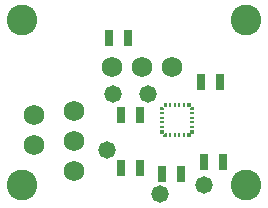
<source format=gts>
G04*
G04 #@! TF.GenerationSoftware,Altium Limited,Altium Designer,20.2.3 (150)*
G04*
G04 Layer_Color=8388736*
%FSLAX25Y25*%
%MOIN*%
G70*
G04*
G04 #@! TF.SameCoordinates,D737100D-CD50-4B0A-90DA-B4B5F6E14D25*
G04*
G04*
G04 #@! TF.FilePolarity,Negative*
G04*
G01*
G75*
%ADD13R,0.00394X0.00394*%
%ADD16R,0.02769X0.05800*%
%ADD17R,0.01221X0.01024*%
%ADD18R,0.01024X0.01221*%
%ADD19C,0.06800*%
%ADD20C,0.10249*%
%ADD21C,0.05800*%
G36*
X56314Y28623D02*
X56351Y28612D01*
X56385Y28594D01*
X56409Y28574D01*
X56415Y28569D01*
Y28569D01*
X56415D01*
X56419Y28564D01*
X56439Y28539D01*
X56458Y28505D01*
X56469Y28468D01*
X56473Y28429D01*
Y28429D01*
D01*
X56473Y27957D01*
X56473Y27957D01*
X56470Y27926D01*
X56469Y27918D01*
X56458Y27881D01*
X56448Y27863D01*
X56439Y27847D01*
X56434Y27841D01*
X56415Y27817D01*
X56415Y27817D01*
X56100Y27502D01*
X56100Y27502D01*
X56083Y27489D01*
X56070Y27478D01*
X56036Y27459D01*
D01*
X56036Y27459D01*
X55998Y27448D01*
X55967Y27445D01*
X55960Y27444D01*
X55960D01*
X55960D01*
X55291Y27444D01*
X55252Y27448D01*
X55215Y27459D01*
X55181Y27478D01*
X55151Y27502D01*
X55126Y27532D01*
X55108Y27566D01*
X55097Y27604D01*
X55093Y27642D01*
Y28429D01*
X55097Y28468D01*
X55108Y28505D01*
X55126Y28539D01*
X55151Y28569D01*
X55181Y28594D01*
X55215Y28612D01*
X55252Y28623D01*
X55291Y28627D01*
X56275D01*
X56275D01*
D01*
X56314Y28623D01*
D02*
G37*
G36*
X57337Y27600D02*
X57374Y27588D01*
X57408Y27570D01*
X57438Y27546D01*
X57463Y27516D01*
X57481Y27481D01*
X57493Y27444D01*
X57496Y27406D01*
Y26422D01*
X57493Y26383D01*
X57481Y26346D01*
X57463Y26312D01*
X57438Y26282D01*
X57408Y26257D01*
X57374Y26239D01*
X57337Y26228D01*
X57298Y26224D01*
X56511D01*
X56472Y26228D01*
X56435Y26239D01*
X56401Y26257D01*
X56371Y26282D01*
X56347Y26312D01*
X56328Y26346D01*
X56317Y26383D01*
X56313Y26422D01*
Y27091D01*
X56313Y27091D01*
X56317Y27126D01*
X56317Y27129D01*
X56328Y27167D01*
X56347Y27201D01*
X56360Y27217D01*
X56371Y27231D01*
X56371Y27231D01*
X56686Y27546D01*
X56686Y27546D01*
X56703Y27559D01*
X56716Y27570D01*
X56750Y27588D01*
D01*
X56750Y27588D01*
X56788Y27600D01*
X56822Y27603D01*
X56826Y27604D01*
D01*
X56826D01*
X57298D01*
X57337Y27600D01*
D02*
G37*
G36*
X55960Y36481D02*
X55960Y36482D01*
X55991Y36478D01*
X55998Y36478D01*
X56036Y36467D01*
X56047Y36460D01*
X56070Y36448D01*
X56086Y36435D01*
X56100Y36424D01*
X56100Y36424D01*
X56415Y36109D01*
X56415Y36109D01*
X56428Y36092D01*
X56439Y36079D01*
X56449Y36060D01*
X56458Y36044D01*
X56469Y36007D01*
X56471Y35989D01*
X56473Y35969D01*
X56473Y35969D01*
X56473Y35496D01*
X56469Y35458D01*
X56458Y35421D01*
X56439Y35386D01*
X56415Y35357D01*
X56385Y35332D01*
X56350Y35314D01*
X56314Y35302D01*
X56275Y35299D01*
X55291D01*
X55252Y35302D01*
X55215Y35314D01*
X55181Y35332D01*
X55151Y35357D01*
X55126Y35386D01*
X55108Y35421D01*
X55097Y35458D01*
X55093Y35496D01*
Y36284D01*
Y36284D01*
D01*
X55097Y36322D01*
X55108Y36360D01*
X55126Y36394D01*
X55151Y36424D01*
X55181Y36448D01*
X55215Y36467D01*
X55252Y36478D01*
X55291Y36482D01*
X55291D01*
D01*
X55960Y36481D01*
D02*
G37*
G36*
X57357Y37679D02*
X57394Y37667D01*
X57428Y37649D01*
X57458Y37624D01*
X57483Y37594D01*
X57501Y37560D01*
X57512Y37523D01*
X57516Y37484D01*
Y36500D01*
X57512Y36462D01*
X57501Y36425D01*
X57483Y36390D01*
X57458Y36360D01*
X57428Y36336D01*
X57394Y36318D01*
X57357Y36306D01*
X57318Y36303D01*
X56846D01*
X56846Y36303D01*
X56811Y36306D01*
X56807Y36306D01*
X56770Y36318D01*
X56736Y36336D01*
X56719Y36349D01*
X56706Y36360D01*
X56706Y36360D01*
X56391Y36675D01*
X56391Y36675D01*
X56377Y36692D01*
X56366Y36705D01*
X56348Y36740D01*
D01*
X56348Y36740D01*
X56337Y36777D01*
X56333Y36811D01*
X56333Y36815D01*
D01*
Y36815D01*
Y37484D01*
X56337Y37523D01*
X56348Y37560D01*
X56366Y37594D01*
X56391Y37624D01*
X56421Y37649D01*
X56455Y37667D01*
X56492Y37679D01*
X56531Y37682D01*
X57318D01*
X57357Y37679D01*
D02*
G37*
G36*
X64857Y27604D02*
X64858Y27604D01*
X64889Y27600D01*
X64896Y27600D01*
X64933Y27588D01*
X64951Y27579D01*
X64967Y27570D01*
X64974Y27565D01*
X64997Y27546D01*
X64998Y27546D01*
X65312Y27231D01*
X65312Y27231D01*
X65326Y27214D01*
X65337Y27201D01*
X65355Y27167D01*
D01*
X65355Y27167D01*
X65367Y27129D01*
X65370Y27098D01*
X65370Y27091D01*
Y27091D01*
Y27091D01*
X65370Y26421D01*
X65367Y26383D01*
X65355Y26346D01*
X65337Y26312D01*
X65312Y26282D01*
X65282Y26257D01*
X65248Y26239D01*
X65211Y26228D01*
X65172Y26224D01*
X64385D01*
X64346Y26228D01*
X64309Y26239D01*
X64275Y26257D01*
X64245Y26282D01*
X64221Y26312D01*
X64202Y26346D01*
X64191Y26383D01*
X64187Y26422D01*
Y27406D01*
D01*
Y27406D01*
X64191Y27444D01*
X64202Y27481D01*
X64221Y27516D01*
X64241Y27540D01*
X64245Y27546D01*
X64245D01*
Y27546D01*
X64251Y27550D01*
X64275Y27570D01*
X64309Y27588D01*
X64346Y27600D01*
X64385Y27604D01*
X64385D01*
D01*
X64857Y27604D01*
D02*
G37*
G36*
X66432Y28623D02*
X66469Y28612D01*
X66503Y28594D01*
X66533Y28569D01*
X66557Y28539D01*
X66576Y28505D01*
X66587Y28468D01*
X66591Y28429D01*
Y27642D01*
X66587Y27603D01*
X66576Y27566D01*
X66557Y27532D01*
X66533Y27502D01*
X66503Y27478D01*
X66469Y27459D01*
X66432Y27448D01*
X66393Y27444D01*
X65724D01*
X65724Y27444D01*
X65689Y27448D01*
X65685Y27448D01*
X65648Y27459D01*
X65614Y27478D01*
X65597Y27491D01*
X65584Y27502D01*
X65584Y27502D01*
X65269Y27817D01*
X65269Y27817D01*
X65255Y27834D01*
X65244Y27847D01*
X65226Y27881D01*
D01*
X65226Y27881D01*
X65215Y27918D01*
X65211Y27953D01*
X65211Y27957D01*
D01*
Y27957D01*
Y28429D01*
X65215Y28468D01*
X65226Y28505D01*
X65244Y28539D01*
X65269Y28569D01*
X65299Y28594D01*
X65333Y28612D01*
X65370Y28623D01*
X65409Y28627D01*
X66393D01*
X66432Y28623D01*
D02*
G37*
G36*
X65231Y37718D02*
X65268Y37707D01*
X65302Y37688D01*
X65332Y37664D01*
X65357Y37634D01*
X65375Y37600D01*
X65386Y37563D01*
X65390Y37524D01*
D01*
Y37524D01*
X65390Y36855D01*
X65390Y36855D01*
X65387Y36824D01*
X65386Y36816D01*
X65375Y36779D01*
X65369Y36767D01*
X65357Y36745D01*
X65343Y36728D01*
X65332Y36715D01*
X65332Y36715D01*
X65017Y36400D01*
X65017Y36400D01*
X65001Y36386D01*
X64987Y36375D01*
X64969Y36365D01*
X64953Y36357D01*
X64916Y36346D01*
X64898Y36344D01*
X64877Y36342D01*
X64877Y36342D01*
X64405Y36342D01*
X64366Y36346D01*
X64329Y36357D01*
X64295Y36375D01*
X64265Y36400D01*
X64240Y36430D01*
X64222Y36464D01*
X64211Y36501D01*
X64207Y36540D01*
Y37524D01*
X64211Y37563D01*
X64222Y37600D01*
X64240Y37634D01*
X64265Y37664D01*
X64295Y37688D01*
X64329Y37707D01*
X64366Y37718D01*
X64405Y37722D01*
X65192D01*
X65192D01*
D01*
X65231Y37718D01*
D02*
G37*
G36*
X66432Y36478D02*
X66469Y36467D01*
X66503Y36448D01*
X66533Y36424D01*
X66557Y36394D01*
X66576Y36359D01*
X66587Y36322D01*
X66591Y36284D01*
Y35496D01*
X66587Y35458D01*
X66576Y35421D01*
X66557Y35386D01*
X66533Y35357D01*
X66503Y35332D01*
X66469Y35314D01*
X66432Y35302D01*
X66393Y35299D01*
X65409D01*
X65370Y35302D01*
X65333Y35314D01*
X65299Y35332D01*
X65269Y35357D01*
X65244Y35386D01*
X65226Y35421D01*
X65215Y35458D01*
X65211Y35496D01*
Y35969D01*
X65211Y35969D01*
X65214Y36004D01*
X65215Y36007D01*
X65226Y36044D01*
X65244Y36079D01*
X65258Y36095D01*
X65269Y36109D01*
X65269Y36109D01*
X65584Y36424D01*
X65584Y36424D01*
X65600Y36437D01*
X65614Y36448D01*
X65648Y36467D01*
D01*
X65648Y36467D01*
X65685Y36478D01*
X65720Y36481D01*
X65724Y36481D01*
D01*
X65724D01*
X66393D01*
X66432Y36478D01*
D02*
G37*
D13*
X65901Y35910D02*
D03*
X64779Y37071D02*
D03*
D16*
X42141Y16087D02*
D03*
X48440D02*
D03*
X38204Y59394D02*
D03*
X44503D02*
D03*
X42141Y33803D02*
D03*
X48440D02*
D03*
X55724Y14118D02*
D03*
X62023D02*
D03*
X69700Y18055D02*
D03*
X75999D02*
D03*
X68716Y44630D02*
D03*
X75015D02*
D03*
D17*
X65901Y34335D02*
D03*
Y32760D02*
D03*
Y31185D02*
D03*
Y29610D02*
D03*
X55783D02*
D03*
Y31185D02*
D03*
Y32760D02*
D03*
Y34335D02*
D03*
D18*
X58480Y26914D02*
D03*
X60054D02*
D03*
X61629D02*
D03*
X63204D02*
D03*
X58480Y37032D02*
D03*
X60054D02*
D03*
X61629D02*
D03*
X63204D02*
D03*
D19*
X39228Y49551D02*
D03*
X49228D02*
D03*
X59228D02*
D03*
X13007Y23803D02*
D03*
Y33803D02*
D03*
X26590Y34945D02*
D03*
Y24945D02*
D03*
Y14945D02*
D03*
D20*
X83873Y65299D02*
D03*
Y10181D02*
D03*
X9070Y65299D02*
D03*
Y10181D02*
D03*
D21*
X39385Y40693D02*
D03*
X55133Y7229D02*
D03*
X69897Y10181D02*
D03*
X51196Y40693D02*
D03*
X37417Y21992D02*
D03*
M02*

</source>
